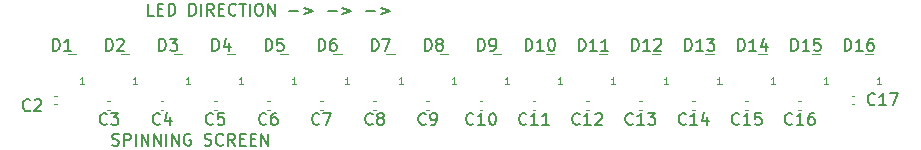
<source format=gbr>
%TF.GenerationSoftware,KiCad,Pcbnew,7.0.7*%
%TF.CreationDate,2024-07-29T17:51:35+02:00*%
%TF.ProjectId,LEDBAR,4c454442-4152-42e6-9b69-6361645f7063,rev?*%
%TF.SameCoordinates,Original*%
%TF.FileFunction,Legend,Top*%
%TF.FilePolarity,Positive*%
%FSLAX46Y46*%
G04 Gerber Fmt 4.6, Leading zero omitted, Abs format (unit mm)*
G04 Created by KiCad (PCBNEW 7.0.7) date 2024-07-29 17:51:35*
%MOMM*%
%LPD*%
G01*
G04 APERTURE LIST*
%ADD10C,0.150000*%
%ADD11C,0.100000*%
%ADD12C,0.120000*%
G04 APERTURE END LIST*
D10*
X66289160Y-82822200D02*
X66432017Y-82869819D01*
X66432017Y-82869819D02*
X66670112Y-82869819D01*
X66670112Y-82869819D02*
X66765350Y-82822200D01*
X66765350Y-82822200D02*
X66812969Y-82774580D01*
X66812969Y-82774580D02*
X66860588Y-82679342D01*
X66860588Y-82679342D02*
X66860588Y-82584104D01*
X66860588Y-82584104D02*
X66812969Y-82488866D01*
X66812969Y-82488866D02*
X66765350Y-82441247D01*
X66765350Y-82441247D02*
X66670112Y-82393628D01*
X66670112Y-82393628D02*
X66479636Y-82346009D01*
X66479636Y-82346009D02*
X66384398Y-82298390D01*
X66384398Y-82298390D02*
X66336779Y-82250771D01*
X66336779Y-82250771D02*
X66289160Y-82155533D01*
X66289160Y-82155533D02*
X66289160Y-82060295D01*
X66289160Y-82060295D02*
X66336779Y-81965057D01*
X66336779Y-81965057D02*
X66384398Y-81917438D01*
X66384398Y-81917438D02*
X66479636Y-81869819D01*
X66479636Y-81869819D02*
X66717731Y-81869819D01*
X66717731Y-81869819D02*
X66860588Y-81917438D01*
X67289160Y-82869819D02*
X67289160Y-81869819D01*
X67289160Y-81869819D02*
X67670112Y-81869819D01*
X67670112Y-81869819D02*
X67765350Y-81917438D01*
X67765350Y-81917438D02*
X67812969Y-81965057D01*
X67812969Y-81965057D02*
X67860588Y-82060295D01*
X67860588Y-82060295D02*
X67860588Y-82203152D01*
X67860588Y-82203152D02*
X67812969Y-82298390D01*
X67812969Y-82298390D02*
X67765350Y-82346009D01*
X67765350Y-82346009D02*
X67670112Y-82393628D01*
X67670112Y-82393628D02*
X67289160Y-82393628D01*
X68289160Y-82869819D02*
X68289160Y-81869819D01*
X68765350Y-82869819D02*
X68765350Y-81869819D01*
X68765350Y-81869819D02*
X69336778Y-82869819D01*
X69336778Y-82869819D02*
X69336778Y-81869819D01*
X69812969Y-82869819D02*
X69812969Y-81869819D01*
X69812969Y-81869819D02*
X70384397Y-82869819D01*
X70384397Y-82869819D02*
X70384397Y-81869819D01*
X70860588Y-82869819D02*
X70860588Y-81869819D01*
X71336778Y-82869819D02*
X71336778Y-81869819D01*
X71336778Y-81869819D02*
X71908206Y-82869819D01*
X71908206Y-82869819D02*
X71908206Y-81869819D01*
X72908206Y-81917438D02*
X72812968Y-81869819D01*
X72812968Y-81869819D02*
X72670111Y-81869819D01*
X72670111Y-81869819D02*
X72527254Y-81917438D01*
X72527254Y-81917438D02*
X72432016Y-82012676D01*
X72432016Y-82012676D02*
X72384397Y-82107914D01*
X72384397Y-82107914D02*
X72336778Y-82298390D01*
X72336778Y-82298390D02*
X72336778Y-82441247D01*
X72336778Y-82441247D02*
X72384397Y-82631723D01*
X72384397Y-82631723D02*
X72432016Y-82726961D01*
X72432016Y-82726961D02*
X72527254Y-82822200D01*
X72527254Y-82822200D02*
X72670111Y-82869819D01*
X72670111Y-82869819D02*
X72765349Y-82869819D01*
X72765349Y-82869819D02*
X72908206Y-82822200D01*
X72908206Y-82822200D02*
X72955825Y-82774580D01*
X72955825Y-82774580D02*
X72955825Y-82441247D01*
X72955825Y-82441247D02*
X72765349Y-82441247D01*
X74098683Y-82822200D02*
X74241540Y-82869819D01*
X74241540Y-82869819D02*
X74479635Y-82869819D01*
X74479635Y-82869819D02*
X74574873Y-82822200D01*
X74574873Y-82822200D02*
X74622492Y-82774580D01*
X74622492Y-82774580D02*
X74670111Y-82679342D01*
X74670111Y-82679342D02*
X74670111Y-82584104D01*
X74670111Y-82584104D02*
X74622492Y-82488866D01*
X74622492Y-82488866D02*
X74574873Y-82441247D01*
X74574873Y-82441247D02*
X74479635Y-82393628D01*
X74479635Y-82393628D02*
X74289159Y-82346009D01*
X74289159Y-82346009D02*
X74193921Y-82298390D01*
X74193921Y-82298390D02*
X74146302Y-82250771D01*
X74146302Y-82250771D02*
X74098683Y-82155533D01*
X74098683Y-82155533D02*
X74098683Y-82060295D01*
X74098683Y-82060295D02*
X74146302Y-81965057D01*
X74146302Y-81965057D02*
X74193921Y-81917438D01*
X74193921Y-81917438D02*
X74289159Y-81869819D01*
X74289159Y-81869819D02*
X74527254Y-81869819D01*
X74527254Y-81869819D02*
X74670111Y-81917438D01*
X75670111Y-82774580D02*
X75622492Y-82822200D01*
X75622492Y-82822200D02*
X75479635Y-82869819D01*
X75479635Y-82869819D02*
X75384397Y-82869819D01*
X75384397Y-82869819D02*
X75241540Y-82822200D01*
X75241540Y-82822200D02*
X75146302Y-82726961D01*
X75146302Y-82726961D02*
X75098683Y-82631723D01*
X75098683Y-82631723D02*
X75051064Y-82441247D01*
X75051064Y-82441247D02*
X75051064Y-82298390D01*
X75051064Y-82298390D02*
X75098683Y-82107914D01*
X75098683Y-82107914D02*
X75146302Y-82012676D01*
X75146302Y-82012676D02*
X75241540Y-81917438D01*
X75241540Y-81917438D02*
X75384397Y-81869819D01*
X75384397Y-81869819D02*
X75479635Y-81869819D01*
X75479635Y-81869819D02*
X75622492Y-81917438D01*
X75622492Y-81917438D02*
X75670111Y-81965057D01*
X76670111Y-82869819D02*
X76336778Y-82393628D01*
X76098683Y-82869819D02*
X76098683Y-81869819D01*
X76098683Y-81869819D02*
X76479635Y-81869819D01*
X76479635Y-81869819D02*
X76574873Y-81917438D01*
X76574873Y-81917438D02*
X76622492Y-81965057D01*
X76622492Y-81965057D02*
X76670111Y-82060295D01*
X76670111Y-82060295D02*
X76670111Y-82203152D01*
X76670111Y-82203152D02*
X76622492Y-82298390D01*
X76622492Y-82298390D02*
X76574873Y-82346009D01*
X76574873Y-82346009D02*
X76479635Y-82393628D01*
X76479635Y-82393628D02*
X76098683Y-82393628D01*
X77098683Y-82346009D02*
X77432016Y-82346009D01*
X77574873Y-82869819D02*
X77098683Y-82869819D01*
X77098683Y-82869819D02*
X77098683Y-81869819D01*
X77098683Y-81869819D02*
X77574873Y-81869819D01*
X78003445Y-82346009D02*
X78336778Y-82346009D01*
X78479635Y-82869819D02*
X78003445Y-82869819D01*
X78003445Y-82869819D02*
X78003445Y-81869819D01*
X78003445Y-81869819D02*
X78479635Y-81869819D01*
X78908207Y-82869819D02*
X78908207Y-81869819D01*
X78908207Y-81869819D02*
X79479635Y-82869819D01*
X79479635Y-82869819D02*
X79479635Y-81869819D01*
X69812969Y-71869819D02*
X69336779Y-71869819D01*
X69336779Y-71869819D02*
X69336779Y-70869819D01*
X70146303Y-71346009D02*
X70479636Y-71346009D01*
X70622493Y-71869819D02*
X70146303Y-71869819D01*
X70146303Y-71869819D02*
X70146303Y-70869819D01*
X70146303Y-70869819D02*
X70622493Y-70869819D01*
X71051065Y-71869819D02*
X71051065Y-70869819D01*
X71051065Y-70869819D02*
X71289160Y-70869819D01*
X71289160Y-70869819D02*
X71432017Y-70917438D01*
X71432017Y-70917438D02*
X71527255Y-71012676D01*
X71527255Y-71012676D02*
X71574874Y-71107914D01*
X71574874Y-71107914D02*
X71622493Y-71298390D01*
X71622493Y-71298390D02*
X71622493Y-71441247D01*
X71622493Y-71441247D02*
X71574874Y-71631723D01*
X71574874Y-71631723D02*
X71527255Y-71726961D01*
X71527255Y-71726961D02*
X71432017Y-71822200D01*
X71432017Y-71822200D02*
X71289160Y-71869819D01*
X71289160Y-71869819D02*
X71051065Y-71869819D01*
X72812970Y-71869819D02*
X72812970Y-70869819D01*
X72812970Y-70869819D02*
X73051065Y-70869819D01*
X73051065Y-70869819D02*
X73193922Y-70917438D01*
X73193922Y-70917438D02*
X73289160Y-71012676D01*
X73289160Y-71012676D02*
X73336779Y-71107914D01*
X73336779Y-71107914D02*
X73384398Y-71298390D01*
X73384398Y-71298390D02*
X73384398Y-71441247D01*
X73384398Y-71441247D02*
X73336779Y-71631723D01*
X73336779Y-71631723D02*
X73289160Y-71726961D01*
X73289160Y-71726961D02*
X73193922Y-71822200D01*
X73193922Y-71822200D02*
X73051065Y-71869819D01*
X73051065Y-71869819D02*
X72812970Y-71869819D01*
X73812970Y-71869819D02*
X73812970Y-70869819D01*
X74860588Y-71869819D02*
X74527255Y-71393628D01*
X74289160Y-71869819D02*
X74289160Y-70869819D01*
X74289160Y-70869819D02*
X74670112Y-70869819D01*
X74670112Y-70869819D02*
X74765350Y-70917438D01*
X74765350Y-70917438D02*
X74812969Y-70965057D01*
X74812969Y-70965057D02*
X74860588Y-71060295D01*
X74860588Y-71060295D02*
X74860588Y-71203152D01*
X74860588Y-71203152D02*
X74812969Y-71298390D01*
X74812969Y-71298390D02*
X74765350Y-71346009D01*
X74765350Y-71346009D02*
X74670112Y-71393628D01*
X74670112Y-71393628D02*
X74289160Y-71393628D01*
X75289160Y-71346009D02*
X75622493Y-71346009D01*
X75765350Y-71869819D02*
X75289160Y-71869819D01*
X75289160Y-71869819D02*
X75289160Y-70869819D01*
X75289160Y-70869819D02*
X75765350Y-70869819D01*
X76765350Y-71774580D02*
X76717731Y-71822200D01*
X76717731Y-71822200D02*
X76574874Y-71869819D01*
X76574874Y-71869819D02*
X76479636Y-71869819D01*
X76479636Y-71869819D02*
X76336779Y-71822200D01*
X76336779Y-71822200D02*
X76241541Y-71726961D01*
X76241541Y-71726961D02*
X76193922Y-71631723D01*
X76193922Y-71631723D02*
X76146303Y-71441247D01*
X76146303Y-71441247D02*
X76146303Y-71298390D01*
X76146303Y-71298390D02*
X76193922Y-71107914D01*
X76193922Y-71107914D02*
X76241541Y-71012676D01*
X76241541Y-71012676D02*
X76336779Y-70917438D01*
X76336779Y-70917438D02*
X76479636Y-70869819D01*
X76479636Y-70869819D02*
X76574874Y-70869819D01*
X76574874Y-70869819D02*
X76717731Y-70917438D01*
X76717731Y-70917438D02*
X76765350Y-70965057D01*
X77051065Y-70869819D02*
X77622493Y-70869819D01*
X77336779Y-71869819D02*
X77336779Y-70869819D01*
X77955827Y-71869819D02*
X77955827Y-70869819D01*
X78622493Y-70869819D02*
X78812969Y-70869819D01*
X78812969Y-70869819D02*
X78908207Y-70917438D01*
X78908207Y-70917438D02*
X79003445Y-71012676D01*
X79003445Y-71012676D02*
X79051064Y-71203152D01*
X79051064Y-71203152D02*
X79051064Y-71536485D01*
X79051064Y-71536485D02*
X79003445Y-71726961D01*
X79003445Y-71726961D02*
X78908207Y-71822200D01*
X78908207Y-71822200D02*
X78812969Y-71869819D01*
X78812969Y-71869819D02*
X78622493Y-71869819D01*
X78622493Y-71869819D02*
X78527255Y-71822200D01*
X78527255Y-71822200D02*
X78432017Y-71726961D01*
X78432017Y-71726961D02*
X78384398Y-71536485D01*
X78384398Y-71536485D02*
X78384398Y-71203152D01*
X78384398Y-71203152D02*
X78432017Y-71012676D01*
X78432017Y-71012676D02*
X78527255Y-70917438D01*
X78527255Y-70917438D02*
X78622493Y-70869819D01*
X79479636Y-71869819D02*
X79479636Y-70869819D01*
X79479636Y-70869819D02*
X80051064Y-71869819D01*
X80051064Y-71869819D02*
X80051064Y-70869819D01*
X81289160Y-71488866D02*
X82051065Y-71488866D01*
X82527255Y-71203152D02*
X83289160Y-71488866D01*
X83289160Y-71488866D02*
X82527255Y-71774580D01*
X84527255Y-71488866D02*
X85289160Y-71488866D01*
X85765350Y-71203152D02*
X86527255Y-71488866D01*
X86527255Y-71488866D02*
X85765350Y-71774580D01*
X87765350Y-71488866D02*
X88527255Y-71488866D01*
X89003445Y-71203152D02*
X89765350Y-71488866D01*
X89765350Y-71488866D02*
X89003445Y-71774580D01*
X110357142Y-81019580D02*
X110309523Y-81067200D01*
X110309523Y-81067200D02*
X110166666Y-81114819D01*
X110166666Y-81114819D02*
X110071428Y-81114819D01*
X110071428Y-81114819D02*
X109928571Y-81067200D01*
X109928571Y-81067200D02*
X109833333Y-80971961D01*
X109833333Y-80971961D02*
X109785714Y-80876723D01*
X109785714Y-80876723D02*
X109738095Y-80686247D01*
X109738095Y-80686247D02*
X109738095Y-80543390D01*
X109738095Y-80543390D02*
X109785714Y-80352914D01*
X109785714Y-80352914D02*
X109833333Y-80257676D01*
X109833333Y-80257676D02*
X109928571Y-80162438D01*
X109928571Y-80162438D02*
X110071428Y-80114819D01*
X110071428Y-80114819D02*
X110166666Y-80114819D01*
X110166666Y-80114819D02*
X110309523Y-80162438D01*
X110309523Y-80162438D02*
X110357142Y-80210057D01*
X111309523Y-81114819D02*
X110738095Y-81114819D01*
X111023809Y-81114819D02*
X111023809Y-80114819D01*
X111023809Y-80114819D02*
X110928571Y-80257676D01*
X110928571Y-80257676D02*
X110833333Y-80352914D01*
X110833333Y-80352914D02*
X110738095Y-80400533D01*
X111642857Y-80114819D02*
X112261904Y-80114819D01*
X112261904Y-80114819D02*
X111928571Y-80495771D01*
X111928571Y-80495771D02*
X112071428Y-80495771D01*
X112071428Y-80495771D02*
X112166666Y-80543390D01*
X112166666Y-80543390D02*
X112214285Y-80591009D01*
X112214285Y-80591009D02*
X112261904Y-80686247D01*
X112261904Y-80686247D02*
X112261904Y-80924342D01*
X112261904Y-80924342D02*
X112214285Y-81019580D01*
X112214285Y-81019580D02*
X112166666Y-81067200D01*
X112166666Y-81067200D02*
X112071428Y-81114819D01*
X112071428Y-81114819D02*
X111785714Y-81114819D01*
X111785714Y-81114819D02*
X111690476Y-81067200D01*
X111690476Y-81067200D02*
X111642857Y-81019580D01*
X97261905Y-74844819D02*
X97261905Y-73844819D01*
X97261905Y-73844819D02*
X97500000Y-73844819D01*
X97500000Y-73844819D02*
X97642857Y-73892438D01*
X97642857Y-73892438D02*
X97738095Y-73987676D01*
X97738095Y-73987676D02*
X97785714Y-74082914D01*
X97785714Y-74082914D02*
X97833333Y-74273390D01*
X97833333Y-74273390D02*
X97833333Y-74416247D01*
X97833333Y-74416247D02*
X97785714Y-74606723D01*
X97785714Y-74606723D02*
X97738095Y-74701961D01*
X97738095Y-74701961D02*
X97642857Y-74797200D01*
X97642857Y-74797200D02*
X97500000Y-74844819D01*
X97500000Y-74844819D02*
X97261905Y-74844819D01*
X98309524Y-74844819D02*
X98500000Y-74844819D01*
X98500000Y-74844819D02*
X98595238Y-74797200D01*
X98595238Y-74797200D02*
X98642857Y-74749580D01*
X98642857Y-74749580D02*
X98738095Y-74606723D01*
X98738095Y-74606723D02*
X98785714Y-74416247D01*
X98785714Y-74416247D02*
X98785714Y-74035295D01*
X98785714Y-74035295D02*
X98738095Y-73940057D01*
X98738095Y-73940057D02*
X98690476Y-73892438D01*
X98690476Y-73892438D02*
X98595238Y-73844819D01*
X98595238Y-73844819D02*
X98404762Y-73844819D01*
X98404762Y-73844819D02*
X98309524Y-73892438D01*
X98309524Y-73892438D02*
X98261905Y-73940057D01*
X98261905Y-73940057D02*
X98214286Y-74035295D01*
X98214286Y-74035295D02*
X98214286Y-74273390D01*
X98214286Y-74273390D02*
X98261905Y-74368628D01*
X98261905Y-74368628D02*
X98309524Y-74416247D01*
X98309524Y-74416247D02*
X98404762Y-74463866D01*
X98404762Y-74463866D02*
X98595238Y-74463866D01*
X98595238Y-74463866D02*
X98690476Y-74416247D01*
X98690476Y-74416247D02*
X98738095Y-74368628D01*
X98738095Y-74368628D02*
X98785714Y-74273390D01*
D11*
X99871428Y-77672371D02*
X99528571Y-77672371D01*
X99700000Y-77672371D02*
X99700000Y-77072371D01*
X99700000Y-77072371D02*
X99642857Y-77158085D01*
X99642857Y-77158085D02*
X99585714Y-77215228D01*
X99585714Y-77215228D02*
X99528571Y-77243800D01*
D10*
X110285714Y-74844819D02*
X110285714Y-73844819D01*
X110285714Y-73844819D02*
X110523809Y-73844819D01*
X110523809Y-73844819D02*
X110666666Y-73892438D01*
X110666666Y-73892438D02*
X110761904Y-73987676D01*
X110761904Y-73987676D02*
X110809523Y-74082914D01*
X110809523Y-74082914D02*
X110857142Y-74273390D01*
X110857142Y-74273390D02*
X110857142Y-74416247D01*
X110857142Y-74416247D02*
X110809523Y-74606723D01*
X110809523Y-74606723D02*
X110761904Y-74701961D01*
X110761904Y-74701961D02*
X110666666Y-74797200D01*
X110666666Y-74797200D02*
X110523809Y-74844819D01*
X110523809Y-74844819D02*
X110285714Y-74844819D01*
X111809523Y-74844819D02*
X111238095Y-74844819D01*
X111523809Y-74844819D02*
X111523809Y-73844819D01*
X111523809Y-73844819D02*
X111428571Y-73987676D01*
X111428571Y-73987676D02*
X111333333Y-74082914D01*
X111333333Y-74082914D02*
X111238095Y-74130533D01*
X112190476Y-73940057D02*
X112238095Y-73892438D01*
X112238095Y-73892438D02*
X112333333Y-73844819D01*
X112333333Y-73844819D02*
X112571428Y-73844819D01*
X112571428Y-73844819D02*
X112666666Y-73892438D01*
X112666666Y-73892438D02*
X112714285Y-73940057D01*
X112714285Y-73940057D02*
X112761904Y-74035295D01*
X112761904Y-74035295D02*
X112761904Y-74130533D01*
X112761904Y-74130533D02*
X112714285Y-74273390D01*
X112714285Y-74273390D02*
X112142857Y-74844819D01*
X112142857Y-74844819D02*
X112761904Y-74844819D01*
D11*
X113371428Y-77672371D02*
X113028571Y-77672371D01*
X113200000Y-77672371D02*
X113200000Y-77072371D01*
X113200000Y-77072371D02*
X113142857Y-77158085D01*
X113142857Y-77158085D02*
X113085714Y-77215228D01*
X113085714Y-77215228D02*
X113028571Y-77243800D01*
D10*
X65833333Y-81019580D02*
X65785714Y-81067200D01*
X65785714Y-81067200D02*
X65642857Y-81114819D01*
X65642857Y-81114819D02*
X65547619Y-81114819D01*
X65547619Y-81114819D02*
X65404762Y-81067200D01*
X65404762Y-81067200D02*
X65309524Y-80971961D01*
X65309524Y-80971961D02*
X65261905Y-80876723D01*
X65261905Y-80876723D02*
X65214286Y-80686247D01*
X65214286Y-80686247D02*
X65214286Y-80543390D01*
X65214286Y-80543390D02*
X65261905Y-80352914D01*
X65261905Y-80352914D02*
X65309524Y-80257676D01*
X65309524Y-80257676D02*
X65404762Y-80162438D01*
X65404762Y-80162438D02*
X65547619Y-80114819D01*
X65547619Y-80114819D02*
X65642857Y-80114819D01*
X65642857Y-80114819D02*
X65785714Y-80162438D01*
X65785714Y-80162438D02*
X65833333Y-80210057D01*
X66166667Y-80114819D02*
X66785714Y-80114819D01*
X66785714Y-80114819D02*
X66452381Y-80495771D01*
X66452381Y-80495771D02*
X66595238Y-80495771D01*
X66595238Y-80495771D02*
X66690476Y-80543390D01*
X66690476Y-80543390D02*
X66738095Y-80591009D01*
X66738095Y-80591009D02*
X66785714Y-80686247D01*
X66785714Y-80686247D02*
X66785714Y-80924342D01*
X66785714Y-80924342D02*
X66738095Y-81019580D01*
X66738095Y-81019580D02*
X66690476Y-81067200D01*
X66690476Y-81067200D02*
X66595238Y-81114819D01*
X66595238Y-81114819D02*
X66309524Y-81114819D01*
X66309524Y-81114819D02*
X66214286Y-81067200D01*
X66214286Y-81067200D02*
X66166667Y-81019580D01*
X74761905Y-74844819D02*
X74761905Y-73844819D01*
X74761905Y-73844819D02*
X75000000Y-73844819D01*
X75000000Y-73844819D02*
X75142857Y-73892438D01*
X75142857Y-73892438D02*
X75238095Y-73987676D01*
X75238095Y-73987676D02*
X75285714Y-74082914D01*
X75285714Y-74082914D02*
X75333333Y-74273390D01*
X75333333Y-74273390D02*
X75333333Y-74416247D01*
X75333333Y-74416247D02*
X75285714Y-74606723D01*
X75285714Y-74606723D02*
X75238095Y-74701961D01*
X75238095Y-74701961D02*
X75142857Y-74797200D01*
X75142857Y-74797200D02*
X75000000Y-74844819D01*
X75000000Y-74844819D02*
X74761905Y-74844819D01*
X76190476Y-74178152D02*
X76190476Y-74844819D01*
X75952381Y-73797200D02*
X75714286Y-74511485D01*
X75714286Y-74511485D02*
X76333333Y-74511485D01*
D11*
X77371428Y-77672371D02*
X77028571Y-77672371D01*
X77200000Y-77672371D02*
X77200000Y-77072371D01*
X77200000Y-77072371D02*
X77142857Y-77158085D01*
X77142857Y-77158085D02*
X77085714Y-77215228D01*
X77085714Y-77215228D02*
X77028571Y-77243800D01*
D10*
X105785714Y-74844819D02*
X105785714Y-73844819D01*
X105785714Y-73844819D02*
X106023809Y-73844819D01*
X106023809Y-73844819D02*
X106166666Y-73892438D01*
X106166666Y-73892438D02*
X106261904Y-73987676D01*
X106261904Y-73987676D02*
X106309523Y-74082914D01*
X106309523Y-74082914D02*
X106357142Y-74273390D01*
X106357142Y-74273390D02*
X106357142Y-74416247D01*
X106357142Y-74416247D02*
X106309523Y-74606723D01*
X106309523Y-74606723D02*
X106261904Y-74701961D01*
X106261904Y-74701961D02*
X106166666Y-74797200D01*
X106166666Y-74797200D02*
X106023809Y-74844819D01*
X106023809Y-74844819D02*
X105785714Y-74844819D01*
X107309523Y-74844819D02*
X106738095Y-74844819D01*
X107023809Y-74844819D02*
X107023809Y-73844819D01*
X107023809Y-73844819D02*
X106928571Y-73987676D01*
X106928571Y-73987676D02*
X106833333Y-74082914D01*
X106833333Y-74082914D02*
X106738095Y-74130533D01*
X108261904Y-74844819D02*
X107690476Y-74844819D01*
X107976190Y-74844819D02*
X107976190Y-73844819D01*
X107976190Y-73844819D02*
X107880952Y-73987676D01*
X107880952Y-73987676D02*
X107785714Y-74082914D01*
X107785714Y-74082914D02*
X107690476Y-74130533D01*
D11*
X108871428Y-77672371D02*
X108528571Y-77672371D01*
X108700000Y-77672371D02*
X108700000Y-77072371D01*
X108700000Y-77072371D02*
X108642857Y-77158085D01*
X108642857Y-77158085D02*
X108585714Y-77215228D01*
X108585714Y-77215228D02*
X108528571Y-77243800D01*
D10*
X123785714Y-74844819D02*
X123785714Y-73844819D01*
X123785714Y-73844819D02*
X124023809Y-73844819D01*
X124023809Y-73844819D02*
X124166666Y-73892438D01*
X124166666Y-73892438D02*
X124261904Y-73987676D01*
X124261904Y-73987676D02*
X124309523Y-74082914D01*
X124309523Y-74082914D02*
X124357142Y-74273390D01*
X124357142Y-74273390D02*
X124357142Y-74416247D01*
X124357142Y-74416247D02*
X124309523Y-74606723D01*
X124309523Y-74606723D02*
X124261904Y-74701961D01*
X124261904Y-74701961D02*
X124166666Y-74797200D01*
X124166666Y-74797200D02*
X124023809Y-74844819D01*
X124023809Y-74844819D02*
X123785714Y-74844819D01*
X125309523Y-74844819D02*
X124738095Y-74844819D01*
X125023809Y-74844819D02*
X125023809Y-73844819D01*
X125023809Y-73844819D02*
X124928571Y-73987676D01*
X124928571Y-73987676D02*
X124833333Y-74082914D01*
X124833333Y-74082914D02*
X124738095Y-74130533D01*
X126214285Y-73844819D02*
X125738095Y-73844819D01*
X125738095Y-73844819D02*
X125690476Y-74321009D01*
X125690476Y-74321009D02*
X125738095Y-74273390D01*
X125738095Y-74273390D02*
X125833333Y-74225771D01*
X125833333Y-74225771D02*
X126071428Y-74225771D01*
X126071428Y-74225771D02*
X126166666Y-74273390D01*
X126166666Y-74273390D02*
X126214285Y-74321009D01*
X126214285Y-74321009D02*
X126261904Y-74416247D01*
X126261904Y-74416247D02*
X126261904Y-74654342D01*
X126261904Y-74654342D02*
X126214285Y-74749580D01*
X126214285Y-74749580D02*
X126166666Y-74797200D01*
X126166666Y-74797200D02*
X126071428Y-74844819D01*
X126071428Y-74844819D02*
X125833333Y-74844819D01*
X125833333Y-74844819D02*
X125738095Y-74797200D01*
X125738095Y-74797200D02*
X125690476Y-74749580D01*
D11*
X126871428Y-77672371D02*
X126528571Y-77672371D01*
X126700000Y-77672371D02*
X126700000Y-77072371D01*
X126700000Y-77072371D02*
X126642857Y-77158085D01*
X126642857Y-77158085D02*
X126585714Y-77215228D01*
X126585714Y-77215228D02*
X126528571Y-77243800D01*
D10*
X88261905Y-74844819D02*
X88261905Y-73844819D01*
X88261905Y-73844819D02*
X88500000Y-73844819D01*
X88500000Y-73844819D02*
X88642857Y-73892438D01*
X88642857Y-73892438D02*
X88738095Y-73987676D01*
X88738095Y-73987676D02*
X88785714Y-74082914D01*
X88785714Y-74082914D02*
X88833333Y-74273390D01*
X88833333Y-74273390D02*
X88833333Y-74416247D01*
X88833333Y-74416247D02*
X88785714Y-74606723D01*
X88785714Y-74606723D02*
X88738095Y-74701961D01*
X88738095Y-74701961D02*
X88642857Y-74797200D01*
X88642857Y-74797200D02*
X88500000Y-74844819D01*
X88500000Y-74844819D02*
X88261905Y-74844819D01*
X89166667Y-73844819D02*
X89833333Y-73844819D01*
X89833333Y-73844819D02*
X89404762Y-74844819D01*
D11*
X90871428Y-77672371D02*
X90528571Y-77672371D01*
X90700000Y-77672371D02*
X90700000Y-77072371D01*
X90700000Y-77072371D02*
X90642857Y-77158085D01*
X90642857Y-77158085D02*
X90585714Y-77215228D01*
X90585714Y-77215228D02*
X90528571Y-77243800D01*
D10*
X114785714Y-74844819D02*
X114785714Y-73844819D01*
X114785714Y-73844819D02*
X115023809Y-73844819D01*
X115023809Y-73844819D02*
X115166666Y-73892438D01*
X115166666Y-73892438D02*
X115261904Y-73987676D01*
X115261904Y-73987676D02*
X115309523Y-74082914D01*
X115309523Y-74082914D02*
X115357142Y-74273390D01*
X115357142Y-74273390D02*
X115357142Y-74416247D01*
X115357142Y-74416247D02*
X115309523Y-74606723D01*
X115309523Y-74606723D02*
X115261904Y-74701961D01*
X115261904Y-74701961D02*
X115166666Y-74797200D01*
X115166666Y-74797200D02*
X115023809Y-74844819D01*
X115023809Y-74844819D02*
X114785714Y-74844819D01*
X116309523Y-74844819D02*
X115738095Y-74844819D01*
X116023809Y-74844819D02*
X116023809Y-73844819D01*
X116023809Y-73844819D02*
X115928571Y-73987676D01*
X115928571Y-73987676D02*
X115833333Y-74082914D01*
X115833333Y-74082914D02*
X115738095Y-74130533D01*
X116642857Y-73844819D02*
X117261904Y-73844819D01*
X117261904Y-73844819D02*
X116928571Y-74225771D01*
X116928571Y-74225771D02*
X117071428Y-74225771D01*
X117071428Y-74225771D02*
X117166666Y-74273390D01*
X117166666Y-74273390D02*
X117214285Y-74321009D01*
X117214285Y-74321009D02*
X117261904Y-74416247D01*
X117261904Y-74416247D02*
X117261904Y-74654342D01*
X117261904Y-74654342D02*
X117214285Y-74749580D01*
X117214285Y-74749580D02*
X117166666Y-74797200D01*
X117166666Y-74797200D02*
X117071428Y-74844819D01*
X117071428Y-74844819D02*
X116785714Y-74844819D01*
X116785714Y-74844819D02*
X116690476Y-74797200D01*
X116690476Y-74797200D02*
X116642857Y-74749580D01*
D11*
X117871428Y-77672371D02*
X117528571Y-77672371D01*
X117700000Y-77672371D02*
X117700000Y-77072371D01*
X117700000Y-77072371D02*
X117642857Y-77158085D01*
X117642857Y-77158085D02*
X117585714Y-77215228D01*
X117585714Y-77215228D02*
X117528571Y-77243800D01*
D10*
X130857142Y-79359580D02*
X130809523Y-79407200D01*
X130809523Y-79407200D02*
X130666666Y-79454819D01*
X130666666Y-79454819D02*
X130571428Y-79454819D01*
X130571428Y-79454819D02*
X130428571Y-79407200D01*
X130428571Y-79407200D02*
X130333333Y-79311961D01*
X130333333Y-79311961D02*
X130285714Y-79216723D01*
X130285714Y-79216723D02*
X130238095Y-79026247D01*
X130238095Y-79026247D02*
X130238095Y-78883390D01*
X130238095Y-78883390D02*
X130285714Y-78692914D01*
X130285714Y-78692914D02*
X130333333Y-78597676D01*
X130333333Y-78597676D02*
X130428571Y-78502438D01*
X130428571Y-78502438D02*
X130571428Y-78454819D01*
X130571428Y-78454819D02*
X130666666Y-78454819D01*
X130666666Y-78454819D02*
X130809523Y-78502438D01*
X130809523Y-78502438D02*
X130857142Y-78550057D01*
X131809523Y-79454819D02*
X131238095Y-79454819D01*
X131523809Y-79454819D02*
X131523809Y-78454819D01*
X131523809Y-78454819D02*
X131428571Y-78597676D01*
X131428571Y-78597676D02*
X131333333Y-78692914D01*
X131333333Y-78692914D02*
X131238095Y-78740533D01*
X132142857Y-78454819D02*
X132809523Y-78454819D01*
X132809523Y-78454819D02*
X132380952Y-79454819D01*
X114857142Y-81019580D02*
X114809523Y-81067200D01*
X114809523Y-81067200D02*
X114666666Y-81114819D01*
X114666666Y-81114819D02*
X114571428Y-81114819D01*
X114571428Y-81114819D02*
X114428571Y-81067200D01*
X114428571Y-81067200D02*
X114333333Y-80971961D01*
X114333333Y-80971961D02*
X114285714Y-80876723D01*
X114285714Y-80876723D02*
X114238095Y-80686247D01*
X114238095Y-80686247D02*
X114238095Y-80543390D01*
X114238095Y-80543390D02*
X114285714Y-80352914D01*
X114285714Y-80352914D02*
X114333333Y-80257676D01*
X114333333Y-80257676D02*
X114428571Y-80162438D01*
X114428571Y-80162438D02*
X114571428Y-80114819D01*
X114571428Y-80114819D02*
X114666666Y-80114819D01*
X114666666Y-80114819D02*
X114809523Y-80162438D01*
X114809523Y-80162438D02*
X114857142Y-80210057D01*
X115809523Y-81114819D02*
X115238095Y-81114819D01*
X115523809Y-81114819D02*
X115523809Y-80114819D01*
X115523809Y-80114819D02*
X115428571Y-80257676D01*
X115428571Y-80257676D02*
X115333333Y-80352914D01*
X115333333Y-80352914D02*
X115238095Y-80400533D01*
X116666666Y-80448152D02*
X116666666Y-81114819D01*
X116428571Y-80067200D02*
X116190476Y-80781485D01*
X116190476Y-80781485D02*
X116809523Y-80781485D01*
X88333333Y-81019580D02*
X88285714Y-81067200D01*
X88285714Y-81067200D02*
X88142857Y-81114819D01*
X88142857Y-81114819D02*
X88047619Y-81114819D01*
X88047619Y-81114819D02*
X87904762Y-81067200D01*
X87904762Y-81067200D02*
X87809524Y-80971961D01*
X87809524Y-80971961D02*
X87761905Y-80876723D01*
X87761905Y-80876723D02*
X87714286Y-80686247D01*
X87714286Y-80686247D02*
X87714286Y-80543390D01*
X87714286Y-80543390D02*
X87761905Y-80352914D01*
X87761905Y-80352914D02*
X87809524Y-80257676D01*
X87809524Y-80257676D02*
X87904762Y-80162438D01*
X87904762Y-80162438D02*
X88047619Y-80114819D01*
X88047619Y-80114819D02*
X88142857Y-80114819D01*
X88142857Y-80114819D02*
X88285714Y-80162438D01*
X88285714Y-80162438D02*
X88333333Y-80210057D01*
X88904762Y-80543390D02*
X88809524Y-80495771D01*
X88809524Y-80495771D02*
X88761905Y-80448152D01*
X88761905Y-80448152D02*
X88714286Y-80352914D01*
X88714286Y-80352914D02*
X88714286Y-80305295D01*
X88714286Y-80305295D02*
X88761905Y-80210057D01*
X88761905Y-80210057D02*
X88809524Y-80162438D01*
X88809524Y-80162438D02*
X88904762Y-80114819D01*
X88904762Y-80114819D02*
X89095238Y-80114819D01*
X89095238Y-80114819D02*
X89190476Y-80162438D01*
X89190476Y-80162438D02*
X89238095Y-80210057D01*
X89238095Y-80210057D02*
X89285714Y-80305295D01*
X89285714Y-80305295D02*
X89285714Y-80352914D01*
X89285714Y-80352914D02*
X89238095Y-80448152D01*
X89238095Y-80448152D02*
X89190476Y-80495771D01*
X89190476Y-80495771D02*
X89095238Y-80543390D01*
X89095238Y-80543390D02*
X88904762Y-80543390D01*
X88904762Y-80543390D02*
X88809524Y-80591009D01*
X88809524Y-80591009D02*
X88761905Y-80638628D01*
X88761905Y-80638628D02*
X88714286Y-80733866D01*
X88714286Y-80733866D02*
X88714286Y-80924342D01*
X88714286Y-80924342D02*
X88761905Y-81019580D01*
X88761905Y-81019580D02*
X88809524Y-81067200D01*
X88809524Y-81067200D02*
X88904762Y-81114819D01*
X88904762Y-81114819D02*
X89095238Y-81114819D01*
X89095238Y-81114819D02*
X89190476Y-81067200D01*
X89190476Y-81067200D02*
X89238095Y-81019580D01*
X89238095Y-81019580D02*
X89285714Y-80924342D01*
X89285714Y-80924342D02*
X89285714Y-80733866D01*
X89285714Y-80733866D02*
X89238095Y-80638628D01*
X89238095Y-80638628D02*
X89190476Y-80591009D01*
X89190476Y-80591009D02*
X89095238Y-80543390D01*
X70261905Y-74844819D02*
X70261905Y-73844819D01*
X70261905Y-73844819D02*
X70500000Y-73844819D01*
X70500000Y-73844819D02*
X70642857Y-73892438D01*
X70642857Y-73892438D02*
X70738095Y-73987676D01*
X70738095Y-73987676D02*
X70785714Y-74082914D01*
X70785714Y-74082914D02*
X70833333Y-74273390D01*
X70833333Y-74273390D02*
X70833333Y-74416247D01*
X70833333Y-74416247D02*
X70785714Y-74606723D01*
X70785714Y-74606723D02*
X70738095Y-74701961D01*
X70738095Y-74701961D02*
X70642857Y-74797200D01*
X70642857Y-74797200D02*
X70500000Y-74844819D01*
X70500000Y-74844819D02*
X70261905Y-74844819D01*
X71166667Y-73844819D02*
X71785714Y-73844819D01*
X71785714Y-73844819D02*
X71452381Y-74225771D01*
X71452381Y-74225771D02*
X71595238Y-74225771D01*
X71595238Y-74225771D02*
X71690476Y-74273390D01*
X71690476Y-74273390D02*
X71738095Y-74321009D01*
X71738095Y-74321009D02*
X71785714Y-74416247D01*
X71785714Y-74416247D02*
X71785714Y-74654342D01*
X71785714Y-74654342D02*
X71738095Y-74749580D01*
X71738095Y-74749580D02*
X71690476Y-74797200D01*
X71690476Y-74797200D02*
X71595238Y-74844819D01*
X71595238Y-74844819D02*
X71309524Y-74844819D01*
X71309524Y-74844819D02*
X71214286Y-74797200D01*
X71214286Y-74797200D02*
X71166667Y-74749580D01*
D11*
X72871428Y-77672371D02*
X72528571Y-77672371D01*
X72700000Y-77672371D02*
X72700000Y-77072371D01*
X72700000Y-77072371D02*
X72642857Y-77158085D01*
X72642857Y-77158085D02*
X72585714Y-77215228D01*
X72585714Y-77215228D02*
X72528571Y-77243800D01*
D10*
X74833333Y-81019580D02*
X74785714Y-81067200D01*
X74785714Y-81067200D02*
X74642857Y-81114819D01*
X74642857Y-81114819D02*
X74547619Y-81114819D01*
X74547619Y-81114819D02*
X74404762Y-81067200D01*
X74404762Y-81067200D02*
X74309524Y-80971961D01*
X74309524Y-80971961D02*
X74261905Y-80876723D01*
X74261905Y-80876723D02*
X74214286Y-80686247D01*
X74214286Y-80686247D02*
X74214286Y-80543390D01*
X74214286Y-80543390D02*
X74261905Y-80352914D01*
X74261905Y-80352914D02*
X74309524Y-80257676D01*
X74309524Y-80257676D02*
X74404762Y-80162438D01*
X74404762Y-80162438D02*
X74547619Y-80114819D01*
X74547619Y-80114819D02*
X74642857Y-80114819D01*
X74642857Y-80114819D02*
X74785714Y-80162438D01*
X74785714Y-80162438D02*
X74833333Y-80210057D01*
X75738095Y-80114819D02*
X75261905Y-80114819D01*
X75261905Y-80114819D02*
X75214286Y-80591009D01*
X75214286Y-80591009D02*
X75261905Y-80543390D01*
X75261905Y-80543390D02*
X75357143Y-80495771D01*
X75357143Y-80495771D02*
X75595238Y-80495771D01*
X75595238Y-80495771D02*
X75690476Y-80543390D01*
X75690476Y-80543390D02*
X75738095Y-80591009D01*
X75738095Y-80591009D02*
X75785714Y-80686247D01*
X75785714Y-80686247D02*
X75785714Y-80924342D01*
X75785714Y-80924342D02*
X75738095Y-81019580D01*
X75738095Y-81019580D02*
X75690476Y-81067200D01*
X75690476Y-81067200D02*
X75595238Y-81114819D01*
X75595238Y-81114819D02*
X75357143Y-81114819D01*
X75357143Y-81114819D02*
X75261905Y-81067200D01*
X75261905Y-81067200D02*
X75214286Y-81019580D01*
X92833333Y-81019580D02*
X92785714Y-81067200D01*
X92785714Y-81067200D02*
X92642857Y-81114819D01*
X92642857Y-81114819D02*
X92547619Y-81114819D01*
X92547619Y-81114819D02*
X92404762Y-81067200D01*
X92404762Y-81067200D02*
X92309524Y-80971961D01*
X92309524Y-80971961D02*
X92261905Y-80876723D01*
X92261905Y-80876723D02*
X92214286Y-80686247D01*
X92214286Y-80686247D02*
X92214286Y-80543390D01*
X92214286Y-80543390D02*
X92261905Y-80352914D01*
X92261905Y-80352914D02*
X92309524Y-80257676D01*
X92309524Y-80257676D02*
X92404762Y-80162438D01*
X92404762Y-80162438D02*
X92547619Y-80114819D01*
X92547619Y-80114819D02*
X92642857Y-80114819D01*
X92642857Y-80114819D02*
X92785714Y-80162438D01*
X92785714Y-80162438D02*
X92833333Y-80210057D01*
X93309524Y-81114819D02*
X93500000Y-81114819D01*
X93500000Y-81114819D02*
X93595238Y-81067200D01*
X93595238Y-81067200D02*
X93642857Y-81019580D01*
X93642857Y-81019580D02*
X93738095Y-80876723D01*
X93738095Y-80876723D02*
X93785714Y-80686247D01*
X93785714Y-80686247D02*
X93785714Y-80305295D01*
X93785714Y-80305295D02*
X93738095Y-80210057D01*
X93738095Y-80210057D02*
X93690476Y-80162438D01*
X93690476Y-80162438D02*
X93595238Y-80114819D01*
X93595238Y-80114819D02*
X93404762Y-80114819D01*
X93404762Y-80114819D02*
X93309524Y-80162438D01*
X93309524Y-80162438D02*
X93261905Y-80210057D01*
X93261905Y-80210057D02*
X93214286Y-80305295D01*
X93214286Y-80305295D02*
X93214286Y-80543390D01*
X93214286Y-80543390D02*
X93261905Y-80638628D01*
X93261905Y-80638628D02*
X93309524Y-80686247D01*
X93309524Y-80686247D02*
X93404762Y-80733866D01*
X93404762Y-80733866D02*
X93595238Y-80733866D01*
X93595238Y-80733866D02*
X93690476Y-80686247D01*
X93690476Y-80686247D02*
X93738095Y-80638628D01*
X93738095Y-80638628D02*
X93785714Y-80543390D01*
X83761905Y-74844819D02*
X83761905Y-73844819D01*
X83761905Y-73844819D02*
X84000000Y-73844819D01*
X84000000Y-73844819D02*
X84142857Y-73892438D01*
X84142857Y-73892438D02*
X84238095Y-73987676D01*
X84238095Y-73987676D02*
X84285714Y-74082914D01*
X84285714Y-74082914D02*
X84333333Y-74273390D01*
X84333333Y-74273390D02*
X84333333Y-74416247D01*
X84333333Y-74416247D02*
X84285714Y-74606723D01*
X84285714Y-74606723D02*
X84238095Y-74701961D01*
X84238095Y-74701961D02*
X84142857Y-74797200D01*
X84142857Y-74797200D02*
X84000000Y-74844819D01*
X84000000Y-74844819D02*
X83761905Y-74844819D01*
X85190476Y-73844819D02*
X85000000Y-73844819D01*
X85000000Y-73844819D02*
X84904762Y-73892438D01*
X84904762Y-73892438D02*
X84857143Y-73940057D01*
X84857143Y-73940057D02*
X84761905Y-74082914D01*
X84761905Y-74082914D02*
X84714286Y-74273390D01*
X84714286Y-74273390D02*
X84714286Y-74654342D01*
X84714286Y-74654342D02*
X84761905Y-74749580D01*
X84761905Y-74749580D02*
X84809524Y-74797200D01*
X84809524Y-74797200D02*
X84904762Y-74844819D01*
X84904762Y-74844819D02*
X85095238Y-74844819D01*
X85095238Y-74844819D02*
X85190476Y-74797200D01*
X85190476Y-74797200D02*
X85238095Y-74749580D01*
X85238095Y-74749580D02*
X85285714Y-74654342D01*
X85285714Y-74654342D02*
X85285714Y-74416247D01*
X85285714Y-74416247D02*
X85238095Y-74321009D01*
X85238095Y-74321009D02*
X85190476Y-74273390D01*
X85190476Y-74273390D02*
X85095238Y-74225771D01*
X85095238Y-74225771D02*
X84904762Y-74225771D01*
X84904762Y-74225771D02*
X84809524Y-74273390D01*
X84809524Y-74273390D02*
X84761905Y-74321009D01*
X84761905Y-74321009D02*
X84714286Y-74416247D01*
D11*
X86371428Y-77672371D02*
X86028571Y-77672371D01*
X86200000Y-77672371D02*
X86200000Y-77072371D01*
X86200000Y-77072371D02*
X86142857Y-77158085D01*
X86142857Y-77158085D02*
X86085714Y-77215228D01*
X86085714Y-77215228D02*
X86028571Y-77243800D01*
D10*
X61261905Y-74844819D02*
X61261905Y-73844819D01*
X61261905Y-73844819D02*
X61500000Y-73844819D01*
X61500000Y-73844819D02*
X61642857Y-73892438D01*
X61642857Y-73892438D02*
X61738095Y-73987676D01*
X61738095Y-73987676D02*
X61785714Y-74082914D01*
X61785714Y-74082914D02*
X61833333Y-74273390D01*
X61833333Y-74273390D02*
X61833333Y-74416247D01*
X61833333Y-74416247D02*
X61785714Y-74606723D01*
X61785714Y-74606723D02*
X61738095Y-74701961D01*
X61738095Y-74701961D02*
X61642857Y-74797200D01*
X61642857Y-74797200D02*
X61500000Y-74844819D01*
X61500000Y-74844819D02*
X61261905Y-74844819D01*
X62785714Y-74844819D02*
X62214286Y-74844819D01*
X62500000Y-74844819D02*
X62500000Y-73844819D01*
X62500000Y-73844819D02*
X62404762Y-73987676D01*
X62404762Y-73987676D02*
X62309524Y-74082914D01*
X62309524Y-74082914D02*
X62214286Y-74130533D01*
D11*
X63871428Y-77672371D02*
X63528571Y-77672371D01*
X63700000Y-77672371D02*
X63700000Y-77072371D01*
X63700000Y-77072371D02*
X63642857Y-77158085D01*
X63642857Y-77158085D02*
X63585714Y-77215228D01*
X63585714Y-77215228D02*
X63528571Y-77243800D01*
D10*
X119285714Y-74844819D02*
X119285714Y-73844819D01*
X119285714Y-73844819D02*
X119523809Y-73844819D01*
X119523809Y-73844819D02*
X119666666Y-73892438D01*
X119666666Y-73892438D02*
X119761904Y-73987676D01*
X119761904Y-73987676D02*
X119809523Y-74082914D01*
X119809523Y-74082914D02*
X119857142Y-74273390D01*
X119857142Y-74273390D02*
X119857142Y-74416247D01*
X119857142Y-74416247D02*
X119809523Y-74606723D01*
X119809523Y-74606723D02*
X119761904Y-74701961D01*
X119761904Y-74701961D02*
X119666666Y-74797200D01*
X119666666Y-74797200D02*
X119523809Y-74844819D01*
X119523809Y-74844819D02*
X119285714Y-74844819D01*
X120809523Y-74844819D02*
X120238095Y-74844819D01*
X120523809Y-74844819D02*
X120523809Y-73844819D01*
X120523809Y-73844819D02*
X120428571Y-73987676D01*
X120428571Y-73987676D02*
X120333333Y-74082914D01*
X120333333Y-74082914D02*
X120238095Y-74130533D01*
X121666666Y-74178152D02*
X121666666Y-74844819D01*
X121428571Y-73797200D02*
X121190476Y-74511485D01*
X121190476Y-74511485D02*
X121809523Y-74511485D01*
D11*
X122371428Y-77672371D02*
X122028571Y-77672371D01*
X122200000Y-77672371D02*
X122200000Y-77072371D01*
X122200000Y-77072371D02*
X122142857Y-77158085D01*
X122142857Y-77158085D02*
X122085714Y-77215228D01*
X122085714Y-77215228D02*
X122028571Y-77243800D01*
D10*
X92761905Y-74844819D02*
X92761905Y-73844819D01*
X92761905Y-73844819D02*
X93000000Y-73844819D01*
X93000000Y-73844819D02*
X93142857Y-73892438D01*
X93142857Y-73892438D02*
X93238095Y-73987676D01*
X93238095Y-73987676D02*
X93285714Y-74082914D01*
X93285714Y-74082914D02*
X93333333Y-74273390D01*
X93333333Y-74273390D02*
X93333333Y-74416247D01*
X93333333Y-74416247D02*
X93285714Y-74606723D01*
X93285714Y-74606723D02*
X93238095Y-74701961D01*
X93238095Y-74701961D02*
X93142857Y-74797200D01*
X93142857Y-74797200D02*
X93000000Y-74844819D01*
X93000000Y-74844819D02*
X92761905Y-74844819D01*
X93904762Y-74273390D02*
X93809524Y-74225771D01*
X93809524Y-74225771D02*
X93761905Y-74178152D01*
X93761905Y-74178152D02*
X93714286Y-74082914D01*
X93714286Y-74082914D02*
X93714286Y-74035295D01*
X93714286Y-74035295D02*
X93761905Y-73940057D01*
X93761905Y-73940057D02*
X93809524Y-73892438D01*
X93809524Y-73892438D02*
X93904762Y-73844819D01*
X93904762Y-73844819D02*
X94095238Y-73844819D01*
X94095238Y-73844819D02*
X94190476Y-73892438D01*
X94190476Y-73892438D02*
X94238095Y-73940057D01*
X94238095Y-73940057D02*
X94285714Y-74035295D01*
X94285714Y-74035295D02*
X94285714Y-74082914D01*
X94285714Y-74082914D02*
X94238095Y-74178152D01*
X94238095Y-74178152D02*
X94190476Y-74225771D01*
X94190476Y-74225771D02*
X94095238Y-74273390D01*
X94095238Y-74273390D02*
X93904762Y-74273390D01*
X93904762Y-74273390D02*
X93809524Y-74321009D01*
X93809524Y-74321009D02*
X93761905Y-74368628D01*
X93761905Y-74368628D02*
X93714286Y-74463866D01*
X93714286Y-74463866D02*
X93714286Y-74654342D01*
X93714286Y-74654342D02*
X93761905Y-74749580D01*
X93761905Y-74749580D02*
X93809524Y-74797200D01*
X93809524Y-74797200D02*
X93904762Y-74844819D01*
X93904762Y-74844819D02*
X94095238Y-74844819D01*
X94095238Y-74844819D02*
X94190476Y-74797200D01*
X94190476Y-74797200D02*
X94238095Y-74749580D01*
X94238095Y-74749580D02*
X94285714Y-74654342D01*
X94285714Y-74654342D02*
X94285714Y-74463866D01*
X94285714Y-74463866D02*
X94238095Y-74368628D01*
X94238095Y-74368628D02*
X94190476Y-74321009D01*
X94190476Y-74321009D02*
X94095238Y-74273390D01*
D11*
X95371428Y-77672371D02*
X95028571Y-77672371D01*
X95200000Y-77672371D02*
X95200000Y-77072371D01*
X95200000Y-77072371D02*
X95142857Y-77158085D01*
X95142857Y-77158085D02*
X95085714Y-77215228D01*
X95085714Y-77215228D02*
X95028571Y-77243800D01*
D10*
X119357142Y-81019580D02*
X119309523Y-81067200D01*
X119309523Y-81067200D02*
X119166666Y-81114819D01*
X119166666Y-81114819D02*
X119071428Y-81114819D01*
X119071428Y-81114819D02*
X118928571Y-81067200D01*
X118928571Y-81067200D02*
X118833333Y-80971961D01*
X118833333Y-80971961D02*
X118785714Y-80876723D01*
X118785714Y-80876723D02*
X118738095Y-80686247D01*
X118738095Y-80686247D02*
X118738095Y-80543390D01*
X118738095Y-80543390D02*
X118785714Y-80352914D01*
X118785714Y-80352914D02*
X118833333Y-80257676D01*
X118833333Y-80257676D02*
X118928571Y-80162438D01*
X118928571Y-80162438D02*
X119071428Y-80114819D01*
X119071428Y-80114819D02*
X119166666Y-80114819D01*
X119166666Y-80114819D02*
X119309523Y-80162438D01*
X119309523Y-80162438D02*
X119357142Y-80210057D01*
X120309523Y-81114819D02*
X119738095Y-81114819D01*
X120023809Y-81114819D02*
X120023809Y-80114819D01*
X120023809Y-80114819D02*
X119928571Y-80257676D01*
X119928571Y-80257676D02*
X119833333Y-80352914D01*
X119833333Y-80352914D02*
X119738095Y-80400533D01*
X121214285Y-80114819D02*
X120738095Y-80114819D01*
X120738095Y-80114819D02*
X120690476Y-80591009D01*
X120690476Y-80591009D02*
X120738095Y-80543390D01*
X120738095Y-80543390D02*
X120833333Y-80495771D01*
X120833333Y-80495771D02*
X121071428Y-80495771D01*
X121071428Y-80495771D02*
X121166666Y-80543390D01*
X121166666Y-80543390D02*
X121214285Y-80591009D01*
X121214285Y-80591009D02*
X121261904Y-80686247D01*
X121261904Y-80686247D02*
X121261904Y-80924342D01*
X121261904Y-80924342D02*
X121214285Y-81019580D01*
X121214285Y-81019580D02*
X121166666Y-81067200D01*
X121166666Y-81067200D02*
X121071428Y-81114819D01*
X121071428Y-81114819D02*
X120833333Y-81114819D01*
X120833333Y-81114819D02*
X120738095Y-81067200D01*
X120738095Y-81067200D02*
X120690476Y-81019580D01*
X101285714Y-74844819D02*
X101285714Y-73844819D01*
X101285714Y-73844819D02*
X101523809Y-73844819D01*
X101523809Y-73844819D02*
X101666666Y-73892438D01*
X101666666Y-73892438D02*
X101761904Y-73987676D01*
X101761904Y-73987676D02*
X101809523Y-74082914D01*
X101809523Y-74082914D02*
X101857142Y-74273390D01*
X101857142Y-74273390D02*
X101857142Y-74416247D01*
X101857142Y-74416247D02*
X101809523Y-74606723D01*
X101809523Y-74606723D02*
X101761904Y-74701961D01*
X101761904Y-74701961D02*
X101666666Y-74797200D01*
X101666666Y-74797200D02*
X101523809Y-74844819D01*
X101523809Y-74844819D02*
X101285714Y-74844819D01*
X102809523Y-74844819D02*
X102238095Y-74844819D01*
X102523809Y-74844819D02*
X102523809Y-73844819D01*
X102523809Y-73844819D02*
X102428571Y-73987676D01*
X102428571Y-73987676D02*
X102333333Y-74082914D01*
X102333333Y-74082914D02*
X102238095Y-74130533D01*
X103428571Y-73844819D02*
X103523809Y-73844819D01*
X103523809Y-73844819D02*
X103619047Y-73892438D01*
X103619047Y-73892438D02*
X103666666Y-73940057D01*
X103666666Y-73940057D02*
X103714285Y-74035295D01*
X103714285Y-74035295D02*
X103761904Y-74225771D01*
X103761904Y-74225771D02*
X103761904Y-74463866D01*
X103761904Y-74463866D02*
X103714285Y-74654342D01*
X103714285Y-74654342D02*
X103666666Y-74749580D01*
X103666666Y-74749580D02*
X103619047Y-74797200D01*
X103619047Y-74797200D02*
X103523809Y-74844819D01*
X103523809Y-74844819D02*
X103428571Y-74844819D01*
X103428571Y-74844819D02*
X103333333Y-74797200D01*
X103333333Y-74797200D02*
X103285714Y-74749580D01*
X103285714Y-74749580D02*
X103238095Y-74654342D01*
X103238095Y-74654342D02*
X103190476Y-74463866D01*
X103190476Y-74463866D02*
X103190476Y-74225771D01*
X103190476Y-74225771D02*
X103238095Y-74035295D01*
X103238095Y-74035295D02*
X103285714Y-73940057D01*
X103285714Y-73940057D02*
X103333333Y-73892438D01*
X103333333Y-73892438D02*
X103428571Y-73844819D01*
D11*
X104371428Y-77672371D02*
X104028571Y-77672371D01*
X104200000Y-77672371D02*
X104200000Y-77072371D01*
X104200000Y-77072371D02*
X104142857Y-77158085D01*
X104142857Y-77158085D02*
X104085714Y-77215228D01*
X104085714Y-77215228D02*
X104028571Y-77243800D01*
D10*
X128285714Y-74844819D02*
X128285714Y-73844819D01*
X128285714Y-73844819D02*
X128523809Y-73844819D01*
X128523809Y-73844819D02*
X128666666Y-73892438D01*
X128666666Y-73892438D02*
X128761904Y-73987676D01*
X128761904Y-73987676D02*
X128809523Y-74082914D01*
X128809523Y-74082914D02*
X128857142Y-74273390D01*
X128857142Y-74273390D02*
X128857142Y-74416247D01*
X128857142Y-74416247D02*
X128809523Y-74606723D01*
X128809523Y-74606723D02*
X128761904Y-74701961D01*
X128761904Y-74701961D02*
X128666666Y-74797200D01*
X128666666Y-74797200D02*
X128523809Y-74844819D01*
X128523809Y-74844819D02*
X128285714Y-74844819D01*
X129809523Y-74844819D02*
X129238095Y-74844819D01*
X129523809Y-74844819D02*
X129523809Y-73844819D01*
X129523809Y-73844819D02*
X129428571Y-73987676D01*
X129428571Y-73987676D02*
X129333333Y-74082914D01*
X129333333Y-74082914D02*
X129238095Y-74130533D01*
X130666666Y-73844819D02*
X130476190Y-73844819D01*
X130476190Y-73844819D02*
X130380952Y-73892438D01*
X130380952Y-73892438D02*
X130333333Y-73940057D01*
X130333333Y-73940057D02*
X130238095Y-74082914D01*
X130238095Y-74082914D02*
X130190476Y-74273390D01*
X130190476Y-74273390D02*
X130190476Y-74654342D01*
X130190476Y-74654342D02*
X130238095Y-74749580D01*
X130238095Y-74749580D02*
X130285714Y-74797200D01*
X130285714Y-74797200D02*
X130380952Y-74844819D01*
X130380952Y-74844819D02*
X130571428Y-74844819D01*
X130571428Y-74844819D02*
X130666666Y-74797200D01*
X130666666Y-74797200D02*
X130714285Y-74749580D01*
X130714285Y-74749580D02*
X130761904Y-74654342D01*
X130761904Y-74654342D02*
X130761904Y-74416247D01*
X130761904Y-74416247D02*
X130714285Y-74321009D01*
X130714285Y-74321009D02*
X130666666Y-74273390D01*
X130666666Y-74273390D02*
X130571428Y-74225771D01*
X130571428Y-74225771D02*
X130380952Y-74225771D01*
X130380952Y-74225771D02*
X130285714Y-74273390D01*
X130285714Y-74273390D02*
X130238095Y-74321009D01*
X130238095Y-74321009D02*
X130190476Y-74416247D01*
D11*
X131371428Y-77672371D02*
X131028571Y-77672371D01*
X131200000Y-77672371D02*
X131200000Y-77072371D01*
X131200000Y-77072371D02*
X131142857Y-77158085D01*
X131142857Y-77158085D02*
X131085714Y-77215228D01*
X131085714Y-77215228D02*
X131028571Y-77243800D01*
D10*
X65761905Y-74844819D02*
X65761905Y-73844819D01*
X65761905Y-73844819D02*
X66000000Y-73844819D01*
X66000000Y-73844819D02*
X66142857Y-73892438D01*
X66142857Y-73892438D02*
X66238095Y-73987676D01*
X66238095Y-73987676D02*
X66285714Y-74082914D01*
X66285714Y-74082914D02*
X66333333Y-74273390D01*
X66333333Y-74273390D02*
X66333333Y-74416247D01*
X66333333Y-74416247D02*
X66285714Y-74606723D01*
X66285714Y-74606723D02*
X66238095Y-74701961D01*
X66238095Y-74701961D02*
X66142857Y-74797200D01*
X66142857Y-74797200D02*
X66000000Y-74844819D01*
X66000000Y-74844819D02*
X65761905Y-74844819D01*
X66714286Y-73940057D02*
X66761905Y-73892438D01*
X66761905Y-73892438D02*
X66857143Y-73844819D01*
X66857143Y-73844819D02*
X67095238Y-73844819D01*
X67095238Y-73844819D02*
X67190476Y-73892438D01*
X67190476Y-73892438D02*
X67238095Y-73940057D01*
X67238095Y-73940057D02*
X67285714Y-74035295D01*
X67285714Y-74035295D02*
X67285714Y-74130533D01*
X67285714Y-74130533D02*
X67238095Y-74273390D01*
X67238095Y-74273390D02*
X66666667Y-74844819D01*
X66666667Y-74844819D02*
X67285714Y-74844819D01*
D11*
X68371428Y-77672371D02*
X68028571Y-77672371D01*
X68200000Y-77672371D02*
X68200000Y-77072371D01*
X68200000Y-77072371D02*
X68142857Y-77158085D01*
X68142857Y-77158085D02*
X68085714Y-77215228D01*
X68085714Y-77215228D02*
X68028571Y-77243800D01*
D10*
X70333333Y-81019580D02*
X70285714Y-81067200D01*
X70285714Y-81067200D02*
X70142857Y-81114819D01*
X70142857Y-81114819D02*
X70047619Y-81114819D01*
X70047619Y-81114819D02*
X69904762Y-81067200D01*
X69904762Y-81067200D02*
X69809524Y-80971961D01*
X69809524Y-80971961D02*
X69761905Y-80876723D01*
X69761905Y-80876723D02*
X69714286Y-80686247D01*
X69714286Y-80686247D02*
X69714286Y-80543390D01*
X69714286Y-80543390D02*
X69761905Y-80352914D01*
X69761905Y-80352914D02*
X69809524Y-80257676D01*
X69809524Y-80257676D02*
X69904762Y-80162438D01*
X69904762Y-80162438D02*
X70047619Y-80114819D01*
X70047619Y-80114819D02*
X70142857Y-80114819D01*
X70142857Y-80114819D02*
X70285714Y-80162438D01*
X70285714Y-80162438D02*
X70333333Y-80210057D01*
X71190476Y-80448152D02*
X71190476Y-81114819D01*
X70952381Y-80067200D02*
X70714286Y-80781485D01*
X70714286Y-80781485D02*
X71333333Y-80781485D01*
X105857142Y-81019580D02*
X105809523Y-81067200D01*
X105809523Y-81067200D02*
X105666666Y-81114819D01*
X105666666Y-81114819D02*
X105571428Y-81114819D01*
X105571428Y-81114819D02*
X105428571Y-81067200D01*
X105428571Y-81067200D02*
X105333333Y-80971961D01*
X105333333Y-80971961D02*
X105285714Y-80876723D01*
X105285714Y-80876723D02*
X105238095Y-80686247D01*
X105238095Y-80686247D02*
X105238095Y-80543390D01*
X105238095Y-80543390D02*
X105285714Y-80352914D01*
X105285714Y-80352914D02*
X105333333Y-80257676D01*
X105333333Y-80257676D02*
X105428571Y-80162438D01*
X105428571Y-80162438D02*
X105571428Y-80114819D01*
X105571428Y-80114819D02*
X105666666Y-80114819D01*
X105666666Y-80114819D02*
X105809523Y-80162438D01*
X105809523Y-80162438D02*
X105857142Y-80210057D01*
X106809523Y-81114819D02*
X106238095Y-81114819D01*
X106523809Y-81114819D02*
X106523809Y-80114819D01*
X106523809Y-80114819D02*
X106428571Y-80257676D01*
X106428571Y-80257676D02*
X106333333Y-80352914D01*
X106333333Y-80352914D02*
X106238095Y-80400533D01*
X107190476Y-80210057D02*
X107238095Y-80162438D01*
X107238095Y-80162438D02*
X107333333Y-80114819D01*
X107333333Y-80114819D02*
X107571428Y-80114819D01*
X107571428Y-80114819D02*
X107666666Y-80162438D01*
X107666666Y-80162438D02*
X107714285Y-80210057D01*
X107714285Y-80210057D02*
X107761904Y-80305295D01*
X107761904Y-80305295D02*
X107761904Y-80400533D01*
X107761904Y-80400533D02*
X107714285Y-80543390D01*
X107714285Y-80543390D02*
X107142857Y-81114819D01*
X107142857Y-81114819D02*
X107761904Y-81114819D01*
X79333333Y-81019580D02*
X79285714Y-81067200D01*
X79285714Y-81067200D02*
X79142857Y-81114819D01*
X79142857Y-81114819D02*
X79047619Y-81114819D01*
X79047619Y-81114819D02*
X78904762Y-81067200D01*
X78904762Y-81067200D02*
X78809524Y-80971961D01*
X78809524Y-80971961D02*
X78761905Y-80876723D01*
X78761905Y-80876723D02*
X78714286Y-80686247D01*
X78714286Y-80686247D02*
X78714286Y-80543390D01*
X78714286Y-80543390D02*
X78761905Y-80352914D01*
X78761905Y-80352914D02*
X78809524Y-80257676D01*
X78809524Y-80257676D02*
X78904762Y-80162438D01*
X78904762Y-80162438D02*
X79047619Y-80114819D01*
X79047619Y-80114819D02*
X79142857Y-80114819D01*
X79142857Y-80114819D02*
X79285714Y-80162438D01*
X79285714Y-80162438D02*
X79333333Y-80210057D01*
X80190476Y-80114819D02*
X80000000Y-80114819D01*
X80000000Y-80114819D02*
X79904762Y-80162438D01*
X79904762Y-80162438D02*
X79857143Y-80210057D01*
X79857143Y-80210057D02*
X79761905Y-80352914D01*
X79761905Y-80352914D02*
X79714286Y-80543390D01*
X79714286Y-80543390D02*
X79714286Y-80924342D01*
X79714286Y-80924342D02*
X79761905Y-81019580D01*
X79761905Y-81019580D02*
X79809524Y-81067200D01*
X79809524Y-81067200D02*
X79904762Y-81114819D01*
X79904762Y-81114819D02*
X80095238Y-81114819D01*
X80095238Y-81114819D02*
X80190476Y-81067200D01*
X80190476Y-81067200D02*
X80238095Y-81019580D01*
X80238095Y-81019580D02*
X80285714Y-80924342D01*
X80285714Y-80924342D02*
X80285714Y-80686247D01*
X80285714Y-80686247D02*
X80238095Y-80591009D01*
X80238095Y-80591009D02*
X80190476Y-80543390D01*
X80190476Y-80543390D02*
X80095238Y-80495771D01*
X80095238Y-80495771D02*
X79904762Y-80495771D01*
X79904762Y-80495771D02*
X79809524Y-80543390D01*
X79809524Y-80543390D02*
X79761905Y-80591009D01*
X79761905Y-80591009D02*
X79714286Y-80686247D01*
X83833333Y-81019580D02*
X83785714Y-81067200D01*
X83785714Y-81067200D02*
X83642857Y-81114819D01*
X83642857Y-81114819D02*
X83547619Y-81114819D01*
X83547619Y-81114819D02*
X83404762Y-81067200D01*
X83404762Y-81067200D02*
X83309524Y-80971961D01*
X83309524Y-80971961D02*
X83261905Y-80876723D01*
X83261905Y-80876723D02*
X83214286Y-80686247D01*
X83214286Y-80686247D02*
X83214286Y-80543390D01*
X83214286Y-80543390D02*
X83261905Y-80352914D01*
X83261905Y-80352914D02*
X83309524Y-80257676D01*
X83309524Y-80257676D02*
X83404762Y-80162438D01*
X83404762Y-80162438D02*
X83547619Y-80114819D01*
X83547619Y-80114819D02*
X83642857Y-80114819D01*
X83642857Y-80114819D02*
X83785714Y-80162438D01*
X83785714Y-80162438D02*
X83833333Y-80210057D01*
X84166667Y-80114819D02*
X84833333Y-80114819D01*
X84833333Y-80114819D02*
X84404762Y-81114819D01*
X79261905Y-74844819D02*
X79261905Y-73844819D01*
X79261905Y-73844819D02*
X79500000Y-73844819D01*
X79500000Y-73844819D02*
X79642857Y-73892438D01*
X79642857Y-73892438D02*
X79738095Y-73987676D01*
X79738095Y-73987676D02*
X79785714Y-74082914D01*
X79785714Y-74082914D02*
X79833333Y-74273390D01*
X79833333Y-74273390D02*
X79833333Y-74416247D01*
X79833333Y-74416247D02*
X79785714Y-74606723D01*
X79785714Y-74606723D02*
X79738095Y-74701961D01*
X79738095Y-74701961D02*
X79642857Y-74797200D01*
X79642857Y-74797200D02*
X79500000Y-74844819D01*
X79500000Y-74844819D02*
X79261905Y-74844819D01*
X80738095Y-73844819D02*
X80261905Y-73844819D01*
X80261905Y-73844819D02*
X80214286Y-74321009D01*
X80214286Y-74321009D02*
X80261905Y-74273390D01*
X80261905Y-74273390D02*
X80357143Y-74225771D01*
X80357143Y-74225771D02*
X80595238Y-74225771D01*
X80595238Y-74225771D02*
X80690476Y-74273390D01*
X80690476Y-74273390D02*
X80738095Y-74321009D01*
X80738095Y-74321009D02*
X80785714Y-74416247D01*
X80785714Y-74416247D02*
X80785714Y-74654342D01*
X80785714Y-74654342D02*
X80738095Y-74749580D01*
X80738095Y-74749580D02*
X80690476Y-74797200D01*
X80690476Y-74797200D02*
X80595238Y-74844819D01*
X80595238Y-74844819D02*
X80357143Y-74844819D01*
X80357143Y-74844819D02*
X80261905Y-74797200D01*
X80261905Y-74797200D02*
X80214286Y-74749580D01*
D11*
X81871428Y-77672371D02*
X81528571Y-77672371D01*
X81700000Y-77672371D02*
X81700000Y-77072371D01*
X81700000Y-77072371D02*
X81642857Y-77158085D01*
X81642857Y-77158085D02*
X81585714Y-77215228D01*
X81585714Y-77215228D02*
X81528571Y-77243800D01*
D10*
X101357142Y-81019580D02*
X101309523Y-81067200D01*
X101309523Y-81067200D02*
X101166666Y-81114819D01*
X101166666Y-81114819D02*
X101071428Y-81114819D01*
X101071428Y-81114819D02*
X100928571Y-81067200D01*
X100928571Y-81067200D02*
X100833333Y-80971961D01*
X100833333Y-80971961D02*
X100785714Y-80876723D01*
X100785714Y-80876723D02*
X100738095Y-80686247D01*
X100738095Y-80686247D02*
X100738095Y-80543390D01*
X100738095Y-80543390D02*
X100785714Y-80352914D01*
X100785714Y-80352914D02*
X100833333Y-80257676D01*
X100833333Y-80257676D02*
X100928571Y-80162438D01*
X100928571Y-80162438D02*
X101071428Y-80114819D01*
X101071428Y-80114819D02*
X101166666Y-80114819D01*
X101166666Y-80114819D02*
X101309523Y-80162438D01*
X101309523Y-80162438D02*
X101357142Y-80210057D01*
X102309523Y-81114819D02*
X101738095Y-81114819D01*
X102023809Y-81114819D02*
X102023809Y-80114819D01*
X102023809Y-80114819D02*
X101928571Y-80257676D01*
X101928571Y-80257676D02*
X101833333Y-80352914D01*
X101833333Y-80352914D02*
X101738095Y-80400533D01*
X103261904Y-81114819D02*
X102690476Y-81114819D01*
X102976190Y-81114819D02*
X102976190Y-80114819D01*
X102976190Y-80114819D02*
X102880952Y-80257676D01*
X102880952Y-80257676D02*
X102785714Y-80352914D01*
X102785714Y-80352914D02*
X102690476Y-80400533D01*
X123857142Y-81019580D02*
X123809523Y-81067200D01*
X123809523Y-81067200D02*
X123666666Y-81114819D01*
X123666666Y-81114819D02*
X123571428Y-81114819D01*
X123571428Y-81114819D02*
X123428571Y-81067200D01*
X123428571Y-81067200D02*
X123333333Y-80971961D01*
X123333333Y-80971961D02*
X123285714Y-80876723D01*
X123285714Y-80876723D02*
X123238095Y-80686247D01*
X123238095Y-80686247D02*
X123238095Y-80543390D01*
X123238095Y-80543390D02*
X123285714Y-80352914D01*
X123285714Y-80352914D02*
X123333333Y-80257676D01*
X123333333Y-80257676D02*
X123428571Y-80162438D01*
X123428571Y-80162438D02*
X123571428Y-80114819D01*
X123571428Y-80114819D02*
X123666666Y-80114819D01*
X123666666Y-80114819D02*
X123809523Y-80162438D01*
X123809523Y-80162438D02*
X123857142Y-80210057D01*
X124809523Y-81114819D02*
X124238095Y-81114819D01*
X124523809Y-81114819D02*
X124523809Y-80114819D01*
X124523809Y-80114819D02*
X124428571Y-80257676D01*
X124428571Y-80257676D02*
X124333333Y-80352914D01*
X124333333Y-80352914D02*
X124238095Y-80400533D01*
X125666666Y-80114819D02*
X125476190Y-80114819D01*
X125476190Y-80114819D02*
X125380952Y-80162438D01*
X125380952Y-80162438D02*
X125333333Y-80210057D01*
X125333333Y-80210057D02*
X125238095Y-80352914D01*
X125238095Y-80352914D02*
X125190476Y-80543390D01*
X125190476Y-80543390D02*
X125190476Y-80924342D01*
X125190476Y-80924342D02*
X125238095Y-81019580D01*
X125238095Y-81019580D02*
X125285714Y-81067200D01*
X125285714Y-81067200D02*
X125380952Y-81114819D01*
X125380952Y-81114819D02*
X125571428Y-81114819D01*
X125571428Y-81114819D02*
X125666666Y-81067200D01*
X125666666Y-81067200D02*
X125714285Y-81019580D01*
X125714285Y-81019580D02*
X125761904Y-80924342D01*
X125761904Y-80924342D02*
X125761904Y-80686247D01*
X125761904Y-80686247D02*
X125714285Y-80591009D01*
X125714285Y-80591009D02*
X125666666Y-80543390D01*
X125666666Y-80543390D02*
X125571428Y-80495771D01*
X125571428Y-80495771D02*
X125380952Y-80495771D01*
X125380952Y-80495771D02*
X125285714Y-80543390D01*
X125285714Y-80543390D02*
X125238095Y-80591009D01*
X125238095Y-80591009D02*
X125190476Y-80686247D01*
X96857142Y-81019580D02*
X96809523Y-81067200D01*
X96809523Y-81067200D02*
X96666666Y-81114819D01*
X96666666Y-81114819D02*
X96571428Y-81114819D01*
X96571428Y-81114819D02*
X96428571Y-81067200D01*
X96428571Y-81067200D02*
X96333333Y-80971961D01*
X96333333Y-80971961D02*
X96285714Y-80876723D01*
X96285714Y-80876723D02*
X96238095Y-80686247D01*
X96238095Y-80686247D02*
X96238095Y-80543390D01*
X96238095Y-80543390D02*
X96285714Y-80352914D01*
X96285714Y-80352914D02*
X96333333Y-80257676D01*
X96333333Y-80257676D02*
X96428571Y-80162438D01*
X96428571Y-80162438D02*
X96571428Y-80114819D01*
X96571428Y-80114819D02*
X96666666Y-80114819D01*
X96666666Y-80114819D02*
X96809523Y-80162438D01*
X96809523Y-80162438D02*
X96857142Y-80210057D01*
X97809523Y-81114819D02*
X97238095Y-81114819D01*
X97523809Y-81114819D02*
X97523809Y-80114819D01*
X97523809Y-80114819D02*
X97428571Y-80257676D01*
X97428571Y-80257676D02*
X97333333Y-80352914D01*
X97333333Y-80352914D02*
X97238095Y-80400533D01*
X98428571Y-80114819D02*
X98523809Y-80114819D01*
X98523809Y-80114819D02*
X98619047Y-80162438D01*
X98619047Y-80162438D02*
X98666666Y-80210057D01*
X98666666Y-80210057D02*
X98714285Y-80305295D01*
X98714285Y-80305295D02*
X98761904Y-80495771D01*
X98761904Y-80495771D02*
X98761904Y-80733866D01*
X98761904Y-80733866D02*
X98714285Y-80924342D01*
X98714285Y-80924342D02*
X98666666Y-81019580D01*
X98666666Y-81019580D02*
X98619047Y-81067200D01*
X98619047Y-81067200D02*
X98523809Y-81114819D01*
X98523809Y-81114819D02*
X98428571Y-81114819D01*
X98428571Y-81114819D02*
X98333333Y-81067200D01*
X98333333Y-81067200D02*
X98285714Y-81019580D01*
X98285714Y-81019580D02*
X98238095Y-80924342D01*
X98238095Y-80924342D02*
X98190476Y-80733866D01*
X98190476Y-80733866D02*
X98190476Y-80495771D01*
X98190476Y-80495771D02*
X98238095Y-80305295D01*
X98238095Y-80305295D02*
X98285714Y-80210057D01*
X98285714Y-80210057D02*
X98333333Y-80162438D01*
X98333333Y-80162438D02*
X98428571Y-80114819D01*
X59333333Y-79859580D02*
X59285714Y-79907200D01*
X59285714Y-79907200D02*
X59142857Y-79954819D01*
X59142857Y-79954819D02*
X59047619Y-79954819D01*
X59047619Y-79954819D02*
X58904762Y-79907200D01*
X58904762Y-79907200D02*
X58809524Y-79811961D01*
X58809524Y-79811961D02*
X58761905Y-79716723D01*
X58761905Y-79716723D02*
X58714286Y-79526247D01*
X58714286Y-79526247D02*
X58714286Y-79383390D01*
X58714286Y-79383390D02*
X58761905Y-79192914D01*
X58761905Y-79192914D02*
X58809524Y-79097676D01*
X58809524Y-79097676D02*
X58904762Y-79002438D01*
X58904762Y-79002438D02*
X59047619Y-78954819D01*
X59047619Y-78954819D02*
X59142857Y-78954819D01*
X59142857Y-78954819D02*
X59285714Y-79002438D01*
X59285714Y-79002438D02*
X59333333Y-79050057D01*
X59714286Y-79050057D02*
X59761905Y-79002438D01*
X59761905Y-79002438D02*
X59857143Y-78954819D01*
X59857143Y-78954819D02*
X60095238Y-78954819D01*
X60095238Y-78954819D02*
X60190476Y-79002438D01*
X60190476Y-79002438D02*
X60238095Y-79050057D01*
X60238095Y-79050057D02*
X60285714Y-79145295D01*
X60285714Y-79145295D02*
X60285714Y-79240533D01*
X60285714Y-79240533D02*
X60238095Y-79383390D01*
X60238095Y-79383390D02*
X59666667Y-79954819D01*
X59666667Y-79954819D02*
X60285714Y-79954819D01*
D12*
%TO.C,C13*%
X111115835Y-79860000D02*
X110884165Y-79860000D01*
X111115835Y-79140000D02*
X110884165Y-79140000D01*
%TO.C,D9*%
X99200000Y-75100000D02*
X98500000Y-75100000D01*
%TO.C,D12*%
X112700000Y-75100000D02*
X112000000Y-75100000D01*
%TO.C,C3*%
X66115835Y-79860000D02*
X65884165Y-79860000D01*
X66115835Y-79140000D02*
X65884165Y-79140000D01*
%TO.C,D4*%
X76700000Y-75100000D02*
X76000000Y-75100000D01*
%TO.C,D11*%
X108200000Y-75100000D02*
X107500000Y-75100000D01*
%TO.C,D15*%
X126200000Y-75100000D02*
X125500000Y-75100000D01*
%TO.C,D7*%
X90200000Y-75100000D02*
X89500000Y-75100000D01*
%TO.C,D13*%
X117200000Y-75100000D02*
X116500000Y-75100000D01*
%TO.C,C17*%
X129115835Y-79360000D02*
X128884165Y-79360000D01*
X129115835Y-78640000D02*
X128884165Y-78640000D01*
%TO.C,C14*%
X115615835Y-79860000D02*
X115384165Y-79860000D01*
X115615835Y-79140000D02*
X115384165Y-79140000D01*
%TO.C,C8*%
X88615835Y-79860000D02*
X88384165Y-79860000D01*
X88615835Y-79140000D02*
X88384165Y-79140000D01*
%TO.C,D3*%
X72200000Y-75100000D02*
X71500000Y-75100000D01*
%TO.C,C5*%
X75115835Y-79860000D02*
X74884165Y-79860000D01*
X75115835Y-79140000D02*
X74884165Y-79140000D01*
%TO.C,C9*%
X93115835Y-79860000D02*
X92884165Y-79860000D01*
X93115835Y-79140000D02*
X92884165Y-79140000D01*
%TO.C,D6*%
X85700000Y-75100000D02*
X85000000Y-75100000D01*
%TO.C,D1*%
X63200000Y-75100000D02*
X62500000Y-75100000D01*
%TO.C,D14*%
X121700000Y-75100000D02*
X121000000Y-75100000D01*
%TO.C,D8*%
X94700000Y-75100000D02*
X94000000Y-75100000D01*
%TO.C,C15*%
X120115835Y-79860000D02*
X119884165Y-79860000D01*
X120115835Y-79140000D02*
X119884165Y-79140000D01*
%TO.C,D10*%
X103700000Y-75100000D02*
X103000000Y-75100000D01*
%TO.C,D16*%
X130700000Y-75100000D02*
X130000000Y-75100000D01*
%TO.C,D2*%
X67700000Y-75100000D02*
X67000000Y-75100000D01*
%TO.C,C4*%
X70615835Y-79860000D02*
X70384165Y-79860000D01*
X70615835Y-79140000D02*
X70384165Y-79140000D01*
%TO.C,C12*%
X106615835Y-79860000D02*
X106384165Y-79860000D01*
X106615835Y-79140000D02*
X106384165Y-79140000D01*
%TO.C,C6*%
X79615835Y-79860000D02*
X79384165Y-79860000D01*
X79615835Y-79140000D02*
X79384165Y-79140000D01*
%TO.C,C7*%
X84115835Y-79860000D02*
X83884165Y-79860000D01*
X84115835Y-79140000D02*
X83884165Y-79140000D01*
%TO.C,D5*%
X81200000Y-75100000D02*
X80500000Y-75100000D01*
%TO.C,C11*%
X102115835Y-79860000D02*
X101884165Y-79860000D01*
X102115835Y-79140000D02*
X101884165Y-79140000D01*
%TO.C,C16*%
X124615835Y-79860000D02*
X124384165Y-79860000D01*
X124615835Y-79140000D02*
X124384165Y-79140000D01*
%TO.C,C10*%
X97615835Y-79860000D02*
X97384165Y-79860000D01*
X97615835Y-79140000D02*
X97384165Y-79140000D01*
%TO.C,C2*%
X61615835Y-79360000D02*
X61384165Y-79360000D01*
X61615835Y-78640000D02*
X61384165Y-78640000D01*
%TD*%
M02*

</source>
